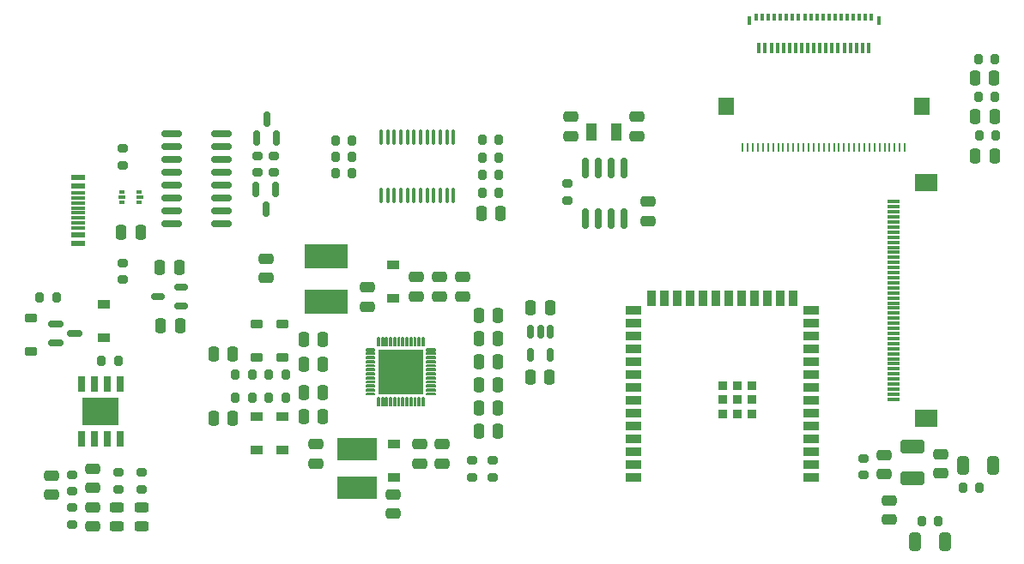
<source format=gtp>
%TF.GenerationSoftware,KiCad,Pcbnew,7.0.5-4d25ed1034~172~ubuntu22.04.1*%
%TF.CreationDate,2023-07-07T08:06:09+02:00*%
%TF.ProjectId,epaper-breakout,65706170-6572-42d6-9272-65616b6f7574,rev?*%
%TF.SameCoordinates,Original*%
%TF.FileFunction,Paste,Top*%
%TF.FilePolarity,Positive*%
%FSLAX46Y46*%
G04 Gerber Fmt 4.6, Leading zero omitted, Abs format (unit mm)*
G04 Created by KiCad (PCBNEW 7.0.5-4d25ed1034~172~ubuntu22.04.1) date 2023-07-07 08:06:09*
%MOMM*%
%LPD*%
G01*
G04 APERTURE LIST*
G04 Aperture macros list*
%AMRoundRect*
0 Rectangle with rounded corners*
0 $1 Rounding radius*
0 $2 $3 $4 $5 $6 $7 $8 $9 X,Y pos of 4 corners*
0 Add a 4 corners polygon primitive as box body*
4,1,4,$2,$3,$4,$5,$6,$7,$8,$9,$2,$3,0*
0 Add four circle primitives for the rounded corners*
1,1,$1+$1,$2,$3*
1,1,$1+$1,$4,$5*
1,1,$1+$1,$6,$7*
1,1,$1+$1,$8,$9*
0 Add four rect primitives between the rounded corners*
20,1,$1+$1,$2,$3,$4,$5,0*
20,1,$1+$1,$4,$5,$6,$7,0*
20,1,$1+$1,$6,$7,$8,$9,0*
20,1,$1+$1,$8,$9,$2,$3,0*%
G04 Aperture macros list end*
%ADD10C,0.152400*%
%ADD11RoundRect,0.200000X-0.200000X-0.275000X0.200000X-0.275000X0.200000X0.275000X-0.200000X0.275000X0*%
%ADD12RoundRect,0.150000X0.150000X-0.587500X0.150000X0.587500X-0.150000X0.587500X-0.150000X-0.587500X0*%
%ADD13RoundRect,0.200000X-0.275000X0.200000X-0.275000X-0.200000X0.275000X-0.200000X0.275000X0.200000X0*%
%ADD14RoundRect,0.200000X0.275000X-0.200000X0.275000X0.200000X-0.275000X0.200000X-0.275000X-0.200000X0*%
%ADD15RoundRect,0.150000X-0.150000X0.587500X-0.150000X-0.587500X0.150000X-0.587500X0.150000X0.587500X0*%
%ADD16RoundRect,0.250000X0.250000X0.475000X-0.250000X0.475000X-0.250000X-0.475000X0.250000X-0.475000X0*%
%ADD17RoundRect,0.250000X-0.475000X0.250000X-0.475000X-0.250000X0.475000X-0.250000X0.475000X0.250000X0*%
%ADD18RoundRect,0.243750X-0.456250X0.243750X-0.456250X-0.243750X0.456250X-0.243750X0.456250X0.243750X0*%
%ADD19RoundRect,0.250000X0.475000X-0.250000X0.475000X0.250000X-0.475000X0.250000X-0.475000X-0.250000X0*%
%ADD20RoundRect,0.249999X0.325001X0.650001X-0.325001X0.650001X-0.325001X-0.650001X0.325001X-0.650001X0*%
%ADD21RoundRect,0.250000X-0.250000X-0.475000X0.250000X-0.475000X0.250000X0.475000X-0.250000X0.475000X0*%
%ADD22RoundRect,0.249999X-0.325001X-0.650001X0.325001X-0.650001X0.325001X0.650001X-0.325001X0.650001X0*%
%ADD23RoundRect,0.200000X0.200000X0.275000X-0.200000X0.275000X-0.200000X-0.275000X0.200000X-0.275000X0*%
%ADD24RoundRect,0.100000X-0.100000X0.637500X-0.100000X-0.637500X0.100000X-0.637500X0.100000X0.637500X0*%
%ADD25RoundRect,0.249997X0.925003X-0.412503X0.925003X0.412503X-0.925003X0.412503X-0.925003X-0.412503X0*%
%ADD26R,3.900000X2.200000*%
%ADD27R,4.200000X2.400000*%
%ADD28R,0.850000X0.200000*%
%ADD29R,0.200000X0.850000*%
%ADD30R,4.399999X4.399999*%
%ADD31R,1.200000X0.900000*%
%ADD32RoundRect,0.225000X-0.375000X0.225000X-0.375000X-0.225000X0.375000X-0.225000X0.375000X0.225000X0*%
%ADD33RoundRect,0.225000X0.375000X-0.225000X0.375000X0.225000X-0.375000X0.225000X-0.375000X-0.225000X0*%
%ADD34R,0.650000X1.500000*%
%ADD35R,3.600000X2.700000*%
%ADD36RoundRect,0.150000X0.512500X0.150000X-0.512500X0.150000X-0.512500X-0.150000X0.512500X-0.150000X0*%
%ADD37R,0.500000X0.375000*%
%ADD38R,0.650000X0.300000*%
%ADD39R,1.300000X0.300000*%
%ADD40R,2.200000X1.800000*%
%ADD41RoundRect,0.150000X-0.587500X-0.150000X0.587500X-0.150000X0.587500X0.150000X-0.587500X0.150000X0*%
%ADD42RoundRect,0.150000X-0.150000X0.825000X-0.150000X-0.825000X0.150000X-0.825000X0.150000X0.825000X0*%
%ADD43R,0.300000X0.800000*%
%ADD44R,0.300000X1.000000*%
%ADD45R,0.400000X0.950000*%
%ADD46RoundRect,0.150000X-0.150000X0.512500X-0.150000X-0.512500X0.150000X-0.512500X0.150000X0.512500X0*%
%ADD47R,0.254000X0.812800*%
%ADD48R,1.524000X1.701800*%
%ADD49R,1.500000X0.900000*%
%ADD50R,0.900000X1.500000*%
%ADD51R,0.900000X0.900000*%
%ADD52RoundRect,0.150000X-0.825000X-0.150000X0.825000X-0.150000X0.825000X0.150000X-0.825000X0.150000X0*%
%ADD53R,1.450000X0.600000*%
%ADD54R,1.450000X0.300000*%
%ADD55R,1.000000X1.800000*%
G04 APERTURE END LIST*
D10*
X68399000Y-48502999D02*
X68399000Y-48353000D01*
X68399000Y-48353000D02*
X67599001Y-48353000D01*
X68399000Y-48103000D02*
X68399000Y-47953000D01*
X68399000Y-47953000D02*
X67599001Y-47953000D01*
X68399000Y-47703001D02*
X68399000Y-47553001D01*
X68399000Y-47553001D02*
X67599001Y-47553001D01*
X68399000Y-47302999D02*
X68399000Y-47152999D01*
X68399000Y-47152999D02*
X67599001Y-47152999D01*
X68399000Y-46903000D02*
X68399000Y-46753000D01*
X68399000Y-46753000D02*
X67599001Y-46753000D01*
X68399000Y-46503001D02*
X68399000Y-46353001D01*
X68399000Y-46353001D02*
X67599001Y-46353001D01*
X68399000Y-46102999D02*
X68399000Y-45952999D01*
X68399000Y-45952999D02*
X67599001Y-45952999D01*
X68399000Y-45703000D02*
X68399000Y-45553000D01*
X68399000Y-45553000D02*
X67599001Y-45553000D01*
X68399000Y-45303001D02*
X68399000Y-45153001D01*
X68399000Y-45153001D02*
X67599001Y-45153001D01*
X68399000Y-44903001D02*
X68399000Y-44752999D01*
X68399000Y-44752999D02*
X67599001Y-44752999D01*
X68399000Y-44503000D02*
X68399000Y-44353000D01*
X68399000Y-44353000D02*
X67599001Y-44353000D01*
X68399000Y-44103000D02*
X68399000Y-43953001D01*
X68399000Y-43953001D02*
X67599001Y-43953001D01*
X67599001Y-48502999D02*
X68399000Y-48502999D01*
X67599001Y-48353000D02*
X67599001Y-48502999D01*
X67599001Y-48103000D02*
X68399000Y-48103000D01*
X67599001Y-47953000D02*
X67599001Y-48103000D01*
X67599001Y-47703001D02*
X68399000Y-47703001D01*
X67599001Y-47553001D02*
X67599001Y-47703001D01*
X67599001Y-47302999D02*
X68399000Y-47302999D01*
X67599001Y-47152999D02*
X67599001Y-47302999D01*
X67599001Y-46903000D02*
X68399000Y-46903000D01*
X67599001Y-46753000D02*
X67599001Y-46903000D01*
X67599001Y-46503001D02*
X68399000Y-46503001D01*
X67599001Y-46353001D02*
X67599001Y-46503001D01*
X67599001Y-46102999D02*
X68399000Y-46102999D01*
X67599001Y-45952999D02*
X67599001Y-46102999D01*
X67599001Y-45703000D02*
X68399000Y-45703000D01*
X67599001Y-45553000D02*
X67599001Y-45703000D01*
X67599001Y-45303001D02*
X68399000Y-45303001D01*
X67599001Y-45153001D02*
X67599001Y-45303001D01*
X67599001Y-44903001D02*
X68399000Y-44903001D01*
X67599001Y-44752999D02*
X67599001Y-44903001D01*
X67599001Y-44503000D02*
X68399000Y-44503000D01*
X67599001Y-44353000D02*
X67599001Y-44503000D01*
X67599001Y-44103000D02*
X68399000Y-44103000D01*
X67599001Y-43953001D02*
X67599001Y-44103000D01*
X67298999Y-49603000D02*
X67298999Y-48803001D01*
X67298999Y-48803001D02*
X67149000Y-48803001D01*
X67298999Y-43652999D02*
X67298999Y-42853000D01*
X67298999Y-42853000D02*
X67149000Y-42853000D01*
X67149069Y-48353069D02*
X67149069Y-47902800D01*
X67149069Y-47902800D02*
X66840221Y-47902800D01*
X67149069Y-47702800D02*
X67149069Y-47115400D01*
X67149069Y-47115400D02*
X66840221Y-47115400D01*
X67149069Y-46915400D02*
X67149069Y-46328000D01*
X67149069Y-46328000D02*
X66840221Y-46328000D01*
X67149069Y-46128000D02*
X67149069Y-45540600D01*
X67149069Y-45540600D02*
X66840221Y-45540600D01*
X67149069Y-45340600D02*
X67149069Y-44753200D01*
X67149069Y-44753200D02*
X66840221Y-44753200D01*
X67149069Y-44553200D02*
X67149069Y-44102931D01*
X67149069Y-44102931D02*
X66698800Y-44102931D01*
X67149000Y-49603000D02*
X67298999Y-49603000D01*
X67149000Y-48803001D02*
X67149000Y-49603000D01*
X67149000Y-43652999D02*
X67298999Y-43652999D01*
X67149000Y-42853000D02*
X67149000Y-43652999D01*
X66899000Y-49603000D02*
X66899000Y-48803001D01*
X66899000Y-48803001D02*
X66749000Y-48803001D01*
X66899000Y-43652999D02*
X66899000Y-42853000D01*
X66899000Y-42853000D02*
X66749000Y-42853000D01*
X66840221Y-47902800D02*
X66840221Y-47902800D01*
X66840221Y-47902800D02*
X66698800Y-48044221D01*
X66840221Y-47702800D02*
X67149069Y-47702800D01*
X66840221Y-47702800D02*
X66840221Y-47702800D01*
X66840221Y-47115400D02*
X66840221Y-47115400D01*
X66840221Y-47115400D02*
X66698800Y-47256821D01*
X66840221Y-46915400D02*
X67149069Y-46915400D01*
X66840221Y-46915400D02*
X66840221Y-46915400D01*
X66840221Y-46328000D02*
X66840221Y-46328000D01*
X66840221Y-46328000D02*
X66698800Y-46469421D01*
X66840221Y-46128000D02*
X67149069Y-46128000D01*
X66840221Y-46128000D02*
X66840221Y-46128000D01*
X66840221Y-45540600D02*
X66840221Y-45540600D01*
X66840221Y-45540600D02*
X66698800Y-45682021D01*
X66840221Y-45340600D02*
X67149069Y-45340600D01*
X66840221Y-45340600D02*
X66840221Y-45340600D01*
X66840221Y-44753200D02*
X66840221Y-44753200D01*
X66840221Y-44753200D02*
X66698800Y-44894621D01*
X66840221Y-44553200D02*
X67149069Y-44553200D01*
X66840221Y-44553200D02*
X66840221Y-44553200D01*
X66749000Y-49603000D02*
X66899000Y-49603000D01*
X66749000Y-48803001D02*
X66749000Y-49603000D01*
X66749000Y-43652999D02*
X66899000Y-43652999D01*
X66749000Y-42853000D02*
X66749000Y-43652999D01*
X66698800Y-48353069D02*
X67149069Y-48353069D01*
X66698800Y-48044221D02*
X66698800Y-48353069D01*
X66698800Y-48044221D02*
X66698800Y-48044221D01*
X66698800Y-47561379D02*
X66840221Y-47702800D01*
X66698800Y-47561379D02*
X66698800Y-47561379D01*
X66698800Y-47256821D02*
X66698800Y-47561379D01*
X66698800Y-47256821D02*
X66698800Y-47256821D01*
X66698800Y-46773979D02*
X66840221Y-46915400D01*
X66698800Y-46773979D02*
X66698800Y-46773979D01*
X66698800Y-46469421D02*
X66698800Y-46773979D01*
X66698800Y-46469421D02*
X66698800Y-46469421D01*
X66698800Y-45986579D02*
X66840221Y-46128000D01*
X66698800Y-45986579D02*
X66698800Y-45986579D01*
X66698800Y-45682021D02*
X66698800Y-45986579D01*
X66698800Y-45682021D02*
X66698800Y-45682021D01*
X66698800Y-45199179D02*
X66840221Y-45340600D01*
X66698800Y-45199179D02*
X66698800Y-45199179D01*
X66698800Y-44894621D02*
X66698800Y-45199179D01*
X66698800Y-44894621D02*
X66698800Y-44894621D01*
X66698800Y-44411779D02*
X66840221Y-44553200D01*
X66698800Y-44411779D02*
X66698800Y-44411779D01*
X66698800Y-44102931D02*
X66698800Y-44411779D01*
X66499001Y-49603000D02*
X66499001Y-48803001D01*
X66499001Y-48803001D02*
X66348999Y-48803001D01*
X66499001Y-43652999D02*
X66499001Y-42853000D01*
X66499001Y-42853000D02*
X66349001Y-42853000D01*
X66498800Y-48353069D02*
X66498800Y-48044221D01*
X66498800Y-48044221D02*
X66498800Y-48044221D01*
X66498800Y-48044221D02*
X66357379Y-47902800D01*
X66498800Y-47561379D02*
X66498800Y-47561379D01*
X66498800Y-47561379D02*
X66498800Y-47256821D01*
X66498800Y-47256821D02*
X66498800Y-47256821D01*
X66498800Y-47256821D02*
X66357379Y-47115400D01*
X66498800Y-46773979D02*
X66498800Y-46773979D01*
X66498800Y-46773979D02*
X66498800Y-46469421D01*
X66498800Y-46469421D02*
X66498800Y-46469421D01*
X66498800Y-46469421D02*
X66357379Y-46328000D01*
X66498800Y-45986579D02*
X66498800Y-45986579D01*
X66498800Y-45986579D02*
X66498800Y-45682021D01*
X66498800Y-45682021D02*
X66498800Y-45682021D01*
X66498800Y-45682021D02*
X66357379Y-45540600D01*
X66498800Y-45199179D02*
X66498800Y-45199179D01*
X66498800Y-45199179D02*
X66498800Y-44894621D01*
X66498800Y-44894621D02*
X66498800Y-44894621D01*
X66498800Y-44894621D02*
X66357379Y-44753200D01*
X66498800Y-44411779D02*
X66498800Y-44411779D01*
X66498800Y-44411779D02*
X66498800Y-44102931D01*
X66498800Y-44102931D02*
X65911400Y-44102931D01*
X66357379Y-47902800D02*
X66357379Y-47902800D01*
X66357379Y-47902800D02*
X66052821Y-47902800D01*
X66357379Y-47702800D02*
X66498800Y-47561379D01*
X66357379Y-47702800D02*
X66357379Y-47702800D01*
X66357379Y-47115400D02*
X66357379Y-47115400D01*
X66357379Y-47115400D02*
X66052821Y-47115400D01*
X66357379Y-46915400D02*
X66498800Y-46773979D01*
X66357379Y-46915400D02*
X66357379Y-46915400D01*
X66357379Y-46328000D02*
X66357379Y-46328000D01*
X66357379Y-46328000D02*
X66052821Y-46328000D01*
X66357379Y-46128000D02*
X66498800Y-45986579D01*
X66357379Y-46128000D02*
X66357379Y-46128000D01*
X66357379Y-45540600D02*
X66357379Y-45540600D01*
X66357379Y-45540600D02*
X66052821Y-45540600D01*
X66357379Y-45340600D02*
X66498800Y-45199179D01*
X66357379Y-45340600D02*
X66357379Y-45340600D01*
X66357379Y-44753200D02*
X66357379Y-44753200D01*
X66357379Y-44753200D02*
X66052821Y-44753200D01*
X66357379Y-44553200D02*
X66498800Y-44411779D01*
X66357379Y-44553200D02*
X66357379Y-44553200D01*
X66349001Y-43652999D02*
X66499001Y-43652999D01*
X66349001Y-42853000D02*
X66349001Y-43652999D01*
X66348999Y-49603000D02*
X66499001Y-49603000D01*
X66348999Y-48803001D02*
X66348999Y-49603000D01*
X66098999Y-49603000D02*
X66098999Y-48803001D01*
X66098999Y-48803001D02*
X65948999Y-48803001D01*
X66098999Y-43652999D02*
X66098999Y-42853000D01*
X66098999Y-42853000D02*
X65948999Y-42853000D01*
X66052821Y-47902800D02*
X66052821Y-47902800D01*
X66052821Y-47902800D02*
X65911400Y-48044221D01*
X66052821Y-47702800D02*
X66357379Y-47702800D01*
X66052821Y-47702800D02*
X66052821Y-47702800D01*
X66052821Y-47115400D02*
X66052821Y-47115400D01*
X66052821Y-47115400D02*
X65911400Y-47256821D01*
X66052821Y-46915400D02*
X66357379Y-46915400D01*
X66052821Y-46915400D02*
X66052821Y-46915400D01*
X66052821Y-46328000D02*
X66052821Y-46328000D01*
X66052821Y-46328000D02*
X65911400Y-46469421D01*
X66052821Y-46128000D02*
X66357379Y-46128000D01*
X66052821Y-46128000D02*
X66052821Y-46128000D01*
X66052821Y-45540600D02*
X66052821Y-45540600D01*
X66052821Y-45540600D02*
X65911400Y-45682021D01*
X66052821Y-45340600D02*
X66357379Y-45340600D01*
X66052821Y-45340600D02*
X66052821Y-45340600D01*
X66052821Y-44753200D02*
X66052821Y-44753200D01*
X66052821Y-44753200D02*
X65911400Y-44894621D01*
X66052821Y-44553200D02*
X66357379Y-44553200D01*
X66052821Y-44553200D02*
X66052821Y-44553200D01*
X65948999Y-49603000D02*
X66098999Y-49603000D01*
X65948999Y-48803001D02*
X65948999Y-49603000D01*
X65948999Y-43652999D02*
X66098999Y-43652999D01*
X65948999Y-42853000D02*
X65948999Y-43652999D01*
X65911400Y-48353069D02*
X66498800Y-48353069D01*
X65911400Y-48044221D02*
X65911400Y-48353069D01*
X65911400Y-48044221D02*
X65911400Y-48044221D01*
X65911400Y-47561379D02*
X66052821Y-47702800D01*
X65911400Y-47561379D02*
X65911400Y-47561379D01*
X65911400Y-47256821D02*
X65911400Y-47561379D01*
X65911400Y-47256821D02*
X65911400Y-47256821D01*
X65911400Y-46773979D02*
X66052821Y-46915400D01*
X65911400Y-46773979D02*
X65911400Y-46773979D01*
X65911400Y-46469421D02*
X65911400Y-46773979D01*
X65911400Y-46469421D02*
X65911400Y-46469421D01*
X65911400Y-45986579D02*
X66052821Y-46128000D01*
X65911400Y-45986579D02*
X65911400Y-45986579D01*
X65911400Y-45682021D02*
X65911400Y-45986579D01*
X65911400Y-45682021D02*
X65911400Y-45682021D01*
X65911400Y-45199179D02*
X66052821Y-45340600D01*
X65911400Y-45199179D02*
X65911400Y-45199179D01*
X65911400Y-44894621D02*
X65911400Y-45199179D01*
X65911400Y-44894621D02*
X65911400Y-44894621D01*
X65911400Y-44411779D02*
X66052821Y-44553200D01*
X65911400Y-44411779D02*
X65911400Y-44411779D01*
X65911400Y-44102931D02*
X65911400Y-44411779D01*
X65711400Y-48353069D02*
X65711400Y-48044221D01*
X65711400Y-48044221D02*
X65711400Y-48044221D01*
X65711400Y-48044221D02*
X65569979Y-47902800D01*
X65711400Y-47561379D02*
X65711400Y-47561379D01*
X65711400Y-47561379D02*
X65711400Y-47256821D01*
X65711400Y-47256821D02*
X65711400Y-47256821D01*
X65711400Y-47256821D02*
X65569979Y-47115400D01*
X65711400Y-46773979D02*
X65711400Y-46773979D01*
X65711400Y-46773979D02*
X65711400Y-46469421D01*
X65711400Y-46469421D02*
X65711400Y-46469421D01*
X65711400Y-46469421D02*
X65569979Y-46328000D01*
X65711400Y-45986579D02*
X65711400Y-45986579D01*
X65711400Y-45986579D02*
X65711400Y-45682021D01*
X65711400Y-45682021D02*
X65711400Y-45682021D01*
X65711400Y-45682021D02*
X65569979Y-45540600D01*
X65711400Y-45199179D02*
X65711400Y-45199179D01*
X65711400Y-45199179D02*
X65711400Y-44894621D01*
X65711400Y-44894621D02*
X65711400Y-44894621D01*
X65711400Y-44894621D02*
X65569979Y-44753200D01*
X65711400Y-44411779D02*
X65711400Y-44411779D01*
X65711400Y-44411779D02*
X65711400Y-44102931D01*
X65711400Y-44102931D02*
X65124000Y-44102931D01*
X65699000Y-49603000D02*
X65699000Y-48803001D01*
X65699000Y-48803001D02*
X65549000Y-48803001D01*
X65699000Y-43652999D02*
X65699000Y-42853000D01*
X65699000Y-42853000D02*
X65549000Y-42853000D01*
X65569979Y-47902800D02*
X65569979Y-47902800D01*
X65569979Y-47902800D02*
X65265421Y-47902800D01*
X65569979Y-47702800D02*
X65711400Y-47561379D01*
X65569979Y-47702800D02*
X65569979Y-47702800D01*
X65569979Y-47115400D02*
X65569979Y-47115400D01*
X65569979Y-47115400D02*
X65265421Y-47115400D01*
X65569979Y-46915400D02*
X65711400Y-46773979D01*
X65569979Y-46915400D02*
X65569979Y-46915400D01*
X65569979Y-46328000D02*
X65569979Y-46328000D01*
X65569979Y-46328000D02*
X65265421Y-46328000D01*
X65569979Y-46128000D02*
X65711400Y-45986579D01*
X65569979Y-46128000D02*
X65569979Y-46128000D01*
X65569979Y-45540600D02*
X65569979Y-45540600D01*
X65569979Y-45540600D02*
X65265421Y-45540600D01*
X65569979Y-45340600D02*
X65711400Y-45199179D01*
X65569979Y-45340600D02*
X65569979Y-45340600D01*
X65569979Y-44753200D02*
X65569979Y-44753200D01*
X65569979Y-44753200D02*
X65265421Y-44753200D01*
X65569979Y-44553200D02*
X65711400Y-44411779D01*
X65569979Y-44553200D02*
X65569979Y-44553200D01*
X65549000Y-49603000D02*
X65699000Y-49603000D01*
X65549000Y-48803001D02*
X65549000Y-49603000D01*
X65549000Y-43652999D02*
X65699000Y-43652999D01*
X65549000Y-42853000D02*
X65549000Y-43652999D01*
X65299001Y-49603000D02*
X65299001Y-48803001D01*
X65299001Y-48803001D02*
X65149001Y-48803001D01*
X65299001Y-43652999D02*
X65299001Y-42853000D01*
X65299001Y-42853000D02*
X65149001Y-42853000D01*
X65265421Y-47902800D02*
X65265421Y-47902800D01*
X65265421Y-47902800D02*
X65124000Y-48044221D01*
X65265421Y-47702800D02*
X65569979Y-47702800D01*
X65265421Y-47702800D02*
X65265421Y-47702800D01*
X65265421Y-47115400D02*
X65265421Y-47115400D01*
X65265421Y-47115400D02*
X65124000Y-47256821D01*
X65265421Y-46915400D02*
X65569979Y-46915400D01*
X65265421Y-46915400D02*
X65265421Y-46915400D01*
X65265421Y-46328000D02*
X65265421Y-46328000D01*
X65265421Y-46328000D02*
X65124000Y-46469421D01*
X65265421Y-46128000D02*
X65569979Y-46128000D01*
X65265421Y-46128000D02*
X65265421Y-46128000D01*
X65265421Y-45540600D02*
X65265421Y-45540600D01*
X65265421Y-45540600D02*
X65124000Y-45682021D01*
X65265421Y-45340600D02*
X65569979Y-45340600D01*
X65265421Y-45340600D02*
X65265421Y-45340600D01*
X65265421Y-44753200D02*
X65265421Y-44753200D01*
X65265421Y-44753200D02*
X65124000Y-44894621D01*
X65265421Y-44553200D02*
X65569979Y-44553200D01*
X65265421Y-44553200D02*
X65265421Y-44553200D01*
X65149001Y-49603000D02*
X65299001Y-49603000D01*
X65149001Y-48803001D02*
X65149001Y-49603000D01*
X65149001Y-43652999D02*
X65299001Y-43652999D01*
X65149001Y-42853000D02*
X65149001Y-43652999D01*
X65124000Y-48353069D02*
X65711400Y-48353069D01*
X65124000Y-48044221D02*
X65124000Y-48353069D01*
X65124000Y-48044221D02*
X65124000Y-48044221D01*
X65124000Y-47561379D02*
X65265421Y-47702800D01*
X65124000Y-47561379D02*
X65124000Y-47561379D01*
X65124000Y-47256821D02*
X65124000Y-47561379D01*
X65124000Y-47256821D02*
X65124000Y-47256821D01*
X65124000Y-46773979D02*
X65265421Y-46915400D01*
X65124000Y-46773979D02*
X65124000Y-46773979D01*
X65124000Y-46469421D02*
X65124000Y-46773979D01*
X65124000Y-46469421D02*
X65124000Y-46469421D01*
X65124000Y-45986579D02*
X65265421Y-46128000D01*
X65124000Y-45986579D02*
X65124000Y-45986579D01*
X65124000Y-45682021D02*
X65124000Y-45986579D01*
X65124000Y-45682021D02*
X65124000Y-45682021D01*
X65124000Y-45199179D02*
X65265421Y-45340600D01*
X65124000Y-45199179D02*
X65124000Y-45199179D01*
X65124000Y-44894621D02*
X65124000Y-45199179D01*
X65124000Y-44894621D02*
X65124000Y-44894621D01*
X65124000Y-44411779D02*
X65265421Y-44553200D01*
X65124000Y-44411779D02*
X65124000Y-44411779D01*
X65124000Y-44102931D02*
X65124000Y-44411779D01*
X64924000Y-48353069D02*
X64924000Y-48044221D01*
X64924000Y-48044221D02*
X64924000Y-48044221D01*
X64924000Y-48044221D02*
X64782579Y-47902800D01*
X64924000Y-47561379D02*
X64924000Y-47561379D01*
X64924000Y-47561379D02*
X64924000Y-47256821D01*
X64924000Y-47256821D02*
X64924000Y-47256821D01*
X64924000Y-47256821D02*
X64782579Y-47115400D01*
X64924000Y-46773979D02*
X64924000Y-46773979D01*
X64924000Y-46773979D02*
X64924000Y-46469421D01*
X64924000Y-46469421D02*
X64924000Y-46469421D01*
X64924000Y-46469421D02*
X64782579Y-46328000D01*
X64924000Y-45986579D02*
X64924000Y-45986579D01*
X64924000Y-45986579D02*
X64924000Y-45682021D01*
X64924000Y-45682021D02*
X64924000Y-45682021D01*
X64924000Y-45682021D02*
X64782579Y-45540600D01*
X64924000Y-45199179D02*
X64924000Y-45199179D01*
X64924000Y-45199179D02*
X64924000Y-44894621D01*
X64924000Y-44894621D02*
X64924000Y-44894621D01*
X64924000Y-44894621D02*
X64782579Y-44753200D01*
X64924000Y-44411779D02*
X64924000Y-44411779D01*
X64924000Y-44411779D02*
X64924000Y-44102931D01*
X64924000Y-44102931D02*
X64336600Y-44102931D01*
X64898999Y-49603000D02*
X64898999Y-48803001D01*
X64898999Y-48803001D02*
X64748999Y-48803001D01*
X64898999Y-43652999D02*
X64898999Y-42853000D01*
X64898999Y-42853000D02*
X64748999Y-42853000D01*
X64782579Y-47902800D02*
X64782579Y-47902800D01*
X64782579Y-47902800D02*
X64478021Y-47902800D01*
X64782579Y-47702800D02*
X64924000Y-47561379D01*
X64782579Y-47702800D02*
X64782579Y-47702800D01*
X64782579Y-47115400D02*
X64782579Y-47115400D01*
X64782579Y-47115400D02*
X64478021Y-47115400D01*
X64782579Y-46915400D02*
X64924000Y-46773979D01*
X64782579Y-46915400D02*
X64782579Y-46915400D01*
X64782579Y-46328000D02*
X64782579Y-46328000D01*
X64782579Y-46328000D02*
X64478021Y-46328000D01*
X64782579Y-46128000D02*
X64924000Y-45986579D01*
X64782579Y-46128000D02*
X64782579Y-46128000D01*
X64782579Y-45540600D02*
X64782579Y-45540600D01*
X64782579Y-45540600D02*
X64478021Y-45540600D01*
X64782579Y-45340600D02*
X64924000Y-45199179D01*
X64782579Y-45340600D02*
X64782579Y-45340600D01*
X64782579Y-44753200D02*
X64782579Y-44753200D01*
X64782579Y-44753200D02*
X64478021Y-44753200D01*
X64782579Y-44553200D02*
X64924000Y-44411779D01*
X64782579Y-44553200D02*
X64782579Y-44553200D01*
X64748999Y-49603000D02*
X64898999Y-49603000D01*
X64748999Y-48803001D02*
X64748999Y-49603000D01*
X64748999Y-43652999D02*
X64898999Y-43652999D01*
X64748999Y-42853000D02*
X64748999Y-43652999D01*
X64499000Y-49603000D02*
X64499000Y-48803001D01*
X64499000Y-48803001D02*
X64349000Y-48803001D01*
X64499000Y-43652999D02*
X64499000Y-42853000D01*
X64499000Y-42853000D02*
X64349000Y-42853000D01*
X64478021Y-47902800D02*
X64478021Y-47902800D01*
X64478021Y-47902800D02*
X64336600Y-48044221D01*
X64478021Y-47702800D02*
X64782579Y-47702800D01*
X64478021Y-47702800D02*
X64478021Y-47702800D01*
X64478021Y-47115400D02*
X64478021Y-47115400D01*
X64478021Y-47115400D02*
X64336600Y-47256821D01*
X64478021Y-46915400D02*
X64782579Y-46915400D01*
X64478021Y-46915400D02*
X64478021Y-46915400D01*
X64478021Y-46328000D02*
X64478021Y-46328000D01*
X64478021Y-46328000D02*
X64336600Y-46469421D01*
X64478021Y-46128000D02*
X64782579Y-46128000D01*
X64478021Y-46128000D02*
X64478021Y-46128000D01*
X64478021Y-45540600D02*
X64478021Y-45540600D01*
X64478021Y-45540600D02*
X64336600Y-45682021D01*
X64478021Y-45340600D02*
X64782579Y-45340600D01*
X64478021Y-45340600D02*
X64478021Y-45340600D01*
X64478021Y-44753200D02*
X64478021Y-44753200D01*
X64478021Y-44753200D02*
X64336600Y-44894621D01*
X64478021Y-44553200D02*
X64782579Y-44553200D01*
X64478021Y-44553200D02*
X64478021Y-44553200D01*
X64349000Y-49603000D02*
X64499000Y-49603000D01*
X64349000Y-48803001D02*
X64349000Y-49603000D01*
X64349000Y-43652999D02*
X64499000Y-43652999D01*
X64349000Y-42853000D02*
X64349000Y-43652999D01*
X64336600Y-48353069D02*
X64924000Y-48353069D01*
X64336600Y-48044221D02*
X64336600Y-48353069D01*
X64336600Y-48044221D02*
X64336600Y-48044221D01*
X64336600Y-47561379D02*
X64478021Y-47702800D01*
X64336600Y-47561379D02*
X64336600Y-47561379D01*
X64336600Y-47256821D02*
X64336600Y-47561379D01*
X64336600Y-47256821D02*
X64336600Y-47256821D01*
X64336600Y-46773979D02*
X64478021Y-46915400D01*
X64336600Y-46773979D02*
X64336600Y-46773979D01*
X64336600Y-46469421D02*
X64336600Y-46773979D01*
X64336600Y-46469421D02*
X64336600Y-46469421D01*
X64336600Y-45986579D02*
X64478021Y-46128000D01*
X64336600Y-45986579D02*
X64336600Y-45986579D01*
X64336600Y-45682021D02*
X64336600Y-45986579D01*
X64336600Y-45682021D02*
X64336600Y-45682021D01*
X64336600Y-45199179D02*
X64478021Y-45340600D01*
X64336600Y-45199179D02*
X64336600Y-45199179D01*
X64336600Y-44894621D02*
X64336600Y-45199179D01*
X64336600Y-44894621D02*
X64336600Y-44894621D01*
X64336600Y-44411779D02*
X64478021Y-44553200D01*
X64336600Y-44411779D02*
X64336600Y-44411779D01*
X64336600Y-44102931D02*
X64336600Y-44411779D01*
X64136600Y-48353069D02*
X64136600Y-48044221D01*
X64136600Y-48044221D02*
X64136600Y-48044221D01*
X64136600Y-48044221D02*
X63995179Y-47902800D01*
X64136600Y-47561379D02*
X64136600Y-47561379D01*
X64136600Y-47561379D02*
X64136600Y-47256821D01*
X64136600Y-47256821D02*
X64136600Y-47256821D01*
X64136600Y-47256821D02*
X63995179Y-47115400D01*
X64136600Y-46773979D02*
X64136600Y-46773979D01*
X64136600Y-46773979D02*
X64136600Y-46469421D01*
X64136600Y-46469421D02*
X64136600Y-46469421D01*
X64136600Y-46469421D02*
X63995179Y-46328000D01*
X64136600Y-45986579D02*
X64136600Y-45986579D01*
X64136600Y-45986579D02*
X64136600Y-45682021D01*
X64136600Y-45682021D02*
X64136600Y-45682021D01*
X64136600Y-45682021D02*
X63995179Y-45540600D01*
X64136600Y-45199179D02*
X64136600Y-45199179D01*
X64136600Y-45199179D02*
X64136600Y-44894621D01*
X64136600Y-44894621D02*
X64136600Y-44894621D01*
X64136600Y-44894621D02*
X63995179Y-44753200D01*
X64136600Y-44411779D02*
X64136600Y-44411779D01*
X64136600Y-44411779D02*
X64136600Y-44102931D01*
X64136600Y-44102931D02*
X63549200Y-44102931D01*
X64099001Y-49603000D02*
X64099001Y-48803001D01*
X64099001Y-48803001D02*
X63949001Y-48803001D01*
X64099001Y-43652999D02*
X64099001Y-42853000D01*
X64099001Y-42853000D02*
X63949001Y-42853000D01*
X63995179Y-47902800D02*
X63995179Y-47902800D01*
X63995179Y-47902800D02*
X63690621Y-47902800D01*
X63995179Y-47702800D02*
X64136600Y-47561379D01*
X63995179Y-47702800D02*
X63995179Y-47702800D01*
X63995179Y-47115400D02*
X63995179Y-47115400D01*
X63995179Y-47115400D02*
X63690621Y-47115400D01*
X63995179Y-46915400D02*
X64136600Y-46773979D01*
X63995179Y-46915400D02*
X63995179Y-46915400D01*
X63995179Y-46328000D02*
X63995179Y-46328000D01*
X63995179Y-46328000D02*
X63690621Y-46328000D01*
X63995179Y-46128000D02*
X64136600Y-45986579D01*
X63995179Y-46128000D02*
X63995179Y-46128000D01*
X63995179Y-45540600D02*
X63995179Y-45540600D01*
X63995179Y-45540600D02*
X63690621Y-45540600D01*
X63995179Y-45340600D02*
X64136600Y-45199179D01*
X63995179Y-45340600D02*
X63995179Y-45340600D01*
X63995179Y-44753200D02*
X63995179Y-44753200D01*
X63995179Y-44753200D02*
X63690621Y-44753200D01*
X63995179Y-44553200D02*
X64136600Y-44411779D01*
X63995179Y-44553200D02*
X63995179Y-44553200D01*
X63949001Y-49603000D02*
X64099001Y-49603000D01*
X63949001Y-48803001D02*
X63949001Y-49603000D01*
X63949001Y-43652999D02*
X64099001Y-43652999D01*
X63949001Y-42853000D02*
X63949001Y-43652999D01*
X63699001Y-43652999D02*
X63699001Y-42853000D01*
X63699001Y-42853000D02*
X63548999Y-42853000D01*
X63698999Y-49603000D02*
X63698999Y-48803001D01*
X63698999Y-48803001D02*
X63548999Y-48803001D01*
X63690621Y-47902800D02*
X63690621Y-47902800D01*
X63690621Y-47902800D02*
X63549200Y-48044221D01*
X63690621Y-47702800D02*
X63995179Y-47702800D01*
X63690621Y-47702800D02*
X63690621Y-47702800D01*
X63690621Y-47115400D02*
X63690621Y-47115400D01*
X63690621Y-47115400D02*
X63549200Y-47256821D01*
X63690621Y-46915400D02*
X63995179Y-46915400D01*
X63690621Y-46915400D02*
X63690621Y-46915400D01*
X63690621Y-46328000D02*
X63690621Y-46328000D01*
X63690621Y-46328000D02*
X63549200Y-46469421D01*
X63690621Y-46128000D02*
X63995179Y-46128000D01*
X63690621Y-46128000D02*
X63690621Y-46128000D01*
X63690621Y-45540600D02*
X63690621Y-45540600D01*
X63690621Y-45540600D02*
X63549200Y-45682021D01*
X63690621Y-45340600D02*
X63995179Y-45340600D01*
X63690621Y-45340600D02*
X63690621Y-45340600D01*
X63690621Y-44753200D02*
X63690621Y-44753200D01*
X63690621Y-44753200D02*
X63549200Y-44894621D01*
X63690621Y-44553200D02*
X63995179Y-44553200D01*
X63690621Y-44553200D02*
X63690621Y-44553200D01*
X63549200Y-48353069D02*
X64136600Y-48353069D01*
X63549200Y-48044221D02*
X63549200Y-48353069D01*
X63549200Y-48044221D02*
X63549200Y-48044221D01*
X63549200Y-47561379D02*
X63690621Y-47702800D01*
X63549200Y-47561379D02*
X63549200Y-47561379D01*
X63549200Y-47256821D02*
X63549200Y-47561379D01*
X63549200Y-47256821D02*
X63549200Y-47256821D01*
X63549200Y-46773979D02*
X63690621Y-46915400D01*
X63549200Y-46773979D02*
X63549200Y-46773979D01*
X63549200Y-46469421D02*
X63549200Y-46773979D01*
X63549200Y-46469421D02*
X63549200Y-46469421D01*
X63549200Y-45986579D02*
X63690621Y-46128000D01*
X63549200Y-45986579D02*
X63549200Y-45986579D01*
X63549200Y-45682021D02*
X63549200Y-45986579D01*
X63549200Y-45682021D02*
X63549200Y-45682021D01*
X63549200Y-45199179D02*
X63690621Y-45340600D01*
X63549200Y-45199179D02*
X63549200Y-45199179D01*
X63549200Y-44894621D02*
X63549200Y-45199179D01*
X63549200Y-44894621D02*
X63549200Y-44894621D01*
X63549200Y-44411779D02*
X63690621Y-44553200D01*
X63549200Y-44411779D02*
X63549200Y-44411779D01*
X63549200Y-44102931D02*
X63549200Y-44411779D01*
X63548999Y-49603000D02*
X63698999Y-49603000D01*
X63548999Y-48803001D02*
X63548999Y-49603000D01*
X63548999Y-43652999D02*
X63699001Y-43652999D01*
X63548999Y-42853000D02*
X63548999Y-43652999D01*
X63349200Y-48353069D02*
X63349200Y-48044221D01*
X63349200Y-48044221D02*
X63349200Y-48044221D01*
X63349200Y-48044221D02*
X63207779Y-47902800D01*
X63349200Y-47561379D02*
X63349200Y-47561379D01*
X63349200Y-47561379D02*
X63349200Y-47256821D01*
X63349200Y-47256821D02*
X63349200Y-47256821D01*
X63349200Y-47256821D02*
X63207779Y-47115400D01*
X63349200Y-46773979D02*
X63349200Y-46773979D01*
X63349200Y-46773979D02*
X63349200Y-46469421D01*
X63349200Y-46469421D02*
X63349200Y-46469421D01*
X63349200Y-46469421D02*
X63207779Y-46328000D01*
X63349200Y-45986579D02*
X63349200Y-45986579D01*
X63349200Y-45986579D02*
X63349200Y-45682021D01*
X63349200Y-45682021D02*
X63349200Y-45682021D01*
X63349200Y-45682021D02*
X63207779Y-45540600D01*
X63349200Y-45199179D02*
X63349200Y-45199179D01*
X63349200Y-45199179D02*
X63349200Y-44894621D01*
X63349200Y-44894621D02*
X63349200Y-44894621D01*
X63349200Y-44894621D02*
X63207779Y-44753200D01*
X63349200Y-44411779D02*
X63349200Y-44411779D01*
X63349200Y-44411779D02*
X63349200Y-44102931D01*
X63349200Y-44102931D02*
X62898931Y-44102931D01*
X63299000Y-49603000D02*
X63299000Y-48803001D01*
X63299000Y-48803001D02*
X63149000Y-48803001D01*
X63299000Y-43652999D02*
X63299000Y-42853000D01*
X63299000Y-42853000D02*
X63149000Y-42853000D01*
X63207779Y-47902800D02*
X63207779Y-47902800D01*
X63207779Y-47902800D02*
X62898931Y-47902800D01*
X63207779Y-47702800D02*
X63349200Y-47561379D01*
X63207779Y-47702800D02*
X63207779Y-47702800D01*
X63207779Y-47115400D02*
X63207779Y-47115400D01*
X63207779Y-47115400D02*
X62898931Y-47115400D01*
X63207779Y-46915400D02*
X63349200Y-46773979D01*
X63207779Y-46915400D02*
X63207779Y-46915400D01*
X63207779Y-46328000D02*
X63207779Y-46328000D01*
X63207779Y-46328000D02*
X62898931Y-46328000D01*
X63207779Y-46128000D02*
X63349200Y-45986579D01*
X63207779Y-46128000D02*
X63207779Y-46128000D01*
X63207779Y-45540600D02*
X63207779Y-45540600D01*
X63207779Y-45540600D02*
X62898931Y-45540600D01*
X63207779Y-45340600D02*
X63349200Y-45199179D01*
X63207779Y-45340600D02*
X63207779Y-45340600D01*
X63207779Y-44753200D02*
X63207779Y-44753200D01*
X63207779Y-44753200D02*
X62898931Y-44753200D01*
X63207779Y-44553200D02*
X63349200Y-44411779D01*
X63207779Y-44553200D02*
X63207779Y-44553200D01*
X63149000Y-49603000D02*
X63299000Y-49603000D01*
X63149000Y-48803001D02*
X63149000Y-49603000D01*
X63149000Y-43652999D02*
X63299000Y-43652999D01*
X63149000Y-42853000D02*
X63149000Y-43652999D01*
X62899000Y-49603000D02*
X62899000Y-48803001D01*
X62899000Y-48803001D02*
X62749001Y-48803001D01*
X62899000Y-43652999D02*
X62899000Y-42853000D01*
X62899000Y-42853000D02*
X62749001Y-42853000D01*
X62898931Y-48353069D02*
X63349200Y-48353069D01*
X62898931Y-47902800D02*
X62898931Y-48353069D01*
X62898931Y-47702800D02*
X63207779Y-47702800D01*
X62898931Y-47115400D02*
X62898931Y-47702800D01*
X62898931Y-46915400D02*
X63207779Y-46915400D01*
X62898931Y-46328000D02*
X62898931Y-46915400D01*
X62898931Y-46128000D02*
X63207779Y-46128000D01*
X62898931Y-45540600D02*
X62898931Y-46128000D01*
X62898931Y-45340600D02*
X63207779Y-45340600D01*
X62898931Y-44753200D02*
X62898931Y-45340600D01*
X62898931Y-44553200D02*
X63207779Y-44553200D01*
X62898931Y-44102931D02*
X62898931Y-44553200D01*
X62749001Y-49603000D02*
X62899000Y-49603000D01*
X62749001Y-48803001D02*
X62749001Y-49603000D01*
X62749001Y-43652999D02*
X62899000Y-43652999D01*
X62749001Y-42853000D02*
X62749001Y-43652999D01*
X62448999Y-48502999D02*
X62448999Y-48353000D01*
X62448999Y-48353000D02*
X61649000Y-48353000D01*
X62448999Y-48103000D02*
X62448999Y-47953000D01*
X62448999Y-47953000D02*
X61649000Y-47953000D01*
X62448999Y-47703001D02*
X62448999Y-47552999D01*
X62448999Y-47552999D02*
X61649000Y-47552999D01*
X62448999Y-47302999D02*
X62448999Y-47152999D01*
X62448999Y-47152999D02*
X61649000Y-47152999D01*
X62448999Y-46903000D02*
X62448999Y-46753000D01*
X62448999Y-46753000D02*
X61649000Y-46753000D01*
X62448999Y-46503001D02*
X62448999Y-46353001D01*
X62448999Y-46353001D02*
X61649000Y-46353001D01*
X62448999Y-46102999D02*
X62448999Y-45952999D01*
X62448999Y-45952999D02*
X61649000Y-45952999D01*
X62448999Y-45703000D02*
X62448999Y-45553000D01*
X62448999Y-45553000D02*
X61649000Y-45553000D01*
X62448999Y-45303001D02*
X62448999Y-45153001D01*
X62448999Y-45153001D02*
X61649000Y-45153001D01*
X62448999Y-44902999D02*
X62448999Y-44752999D01*
X62448999Y-44752999D02*
X61649000Y-44752999D01*
X62448999Y-44503000D02*
X62448999Y-44353000D01*
X62448999Y-44353000D02*
X61649000Y-44353000D01*
X62448999Y-44103000D02*
X62448999Y-43953001D01*
X62448999Y-43953001D02*
X61649000Y-43953001D01*
X61649000Y-48502999D02*
X62448999Y-48502999D01*
X61649000Y-48353000D02*
X61649000Y-48502999D01*
X61649000Y-48103000D02*
X62448999Y-48103000D01*
X61649000Y-47953000D02*
X61649000Y-48103000D01*
X61649000Y-47703001D02*
X62448999Y-47703001D01*
X61649000Y-47552999D02*
X61649000Y-47703001D01*
X61649000Y-47302999D02*
X62448999Y-47302999D01*
X61649000Y-47152999D02*
X61649000Y-47302999D01*
X61649000Y-46903000D02*
X62448999Y-46903000D01*
X61649000Y-46753000D02*
X61649000Y-46903000D01*
X61649000Y-46503001D02*
X62448999Y-46503001D01*
X61649000Y-46353001D02*
X61649000Y-46503001D01*
X61649000Y-46102999D02*
X62448999Y-46102999D01*
X61649000Y-45952999D02*
X61649000Y-46102999D01*
X61649000Y-45703000D02*
X62448999Y-45703000D01*
X61649000Y-45553000D02*
X61649000Y-45703000D01*
X61649000Y-45303001D02*
X62448999Y-45303001D01*
X61649000Y-45153001D02*
X61649000Y-45303001D01*
X61649000Y-44902999D02*
X62448999Y-44902999D01*
X61649000Y-44752999D02*
X61649000Y-44902999D01*
X61649000Y-44503000D02*
X62448999Y-44503000D01*
X61649000Y-44353000D02*
X61649000Y-44503000D01*
X61649000Y-44103000D02*
X62448999Y-44103000D01*
X61649000Y-43953001D02*
X61649000Y-44103000D01*
D11*
X73075000Y-25100000D03*
X74725000Y-25100000D03*
D12*
X50850000Y-23162500D03*
X52750000Y-23162500D03*
X51800000Y-21287500D03*
D13*
X50900000Y-24900000D03*
X50900000Y-26550000D03*
D14*
X52500000Y-26550000D03*
X52500000Y-24900000D03*
D15*
X52650000Y-28262500D03*
X50750000Y-28262500D03*
X51700000Y-30137500D03*
D16*
X79700000Y-46800000D03*
X77800000Y-46800000D03*
D17*
X34600000Y-55800000D03*
X34600000Y-57700000D03*
D18*
X39458000Y-59662000D03*
X39458000Y-61537000D03*
D13*
X37150000Y-56175000D03*
X37150000Y-57825000D03*
X39458000Y-56175000D03*
X39458000Y-57825000D03*
D18*
X37045000Y-59662000D03*
X37045000Y-61537000D03*
D19*
X113200000Y-60850000D03*
X113200000Y-58950000D03*
X34600000Y-61500000D03*
X34600000Y-59600000D03*
D16*
X74610000Y-52070000D03*
X72710000Y-52070000D03*
D17*
X118300000Y-54350000D03*
X118300000Y-56250000D03*
D20*
X118700000Y-63000000D03*
X115750000Y-63000000D03*
D21*
X121697000Y-21030000D03*
X123597000Y-21030000D03*
D22*
X120525000Y-55500000D03*
X123475000Y-55500000D03*
D21*
X121700000Y-24957000D03*
X123600000Y-24957000D03*
D23*
X60225000Y-23400000D03*
X58575000Y-23400000D03*
D14*
X72081200Y-56671600D03*
X72081200Y-55021600D03*
D23*
X118050000Y-61000000D03*
X116400000Y-61000000D03*
D11*
X122000000Y-19100000D03*
X123650000Y-19100000D03*
X120475000Y-57700000D03*
X122125000Y-57700000D03*
X122075000Y-22925000D03*
X123725000Y-22925000D03*
D13*
X74113200Y-55021600D03*
X74113200Y-56671600D03*
D24*
X70225000Y-23100000D03*
X69575000Y-23100000D03*
X68925000Y-23100000D03*
X68275000Y-23100000D03*
X67625000Y-23100000D03*
X66975000Y-23100000D03*
X66325000Y-23100000D03*
X65675000Y-23100000D03*
X65025000Y-23100000D03*
X64375000Y-23100000D03*
X63725000Y-23100000D03*
X63075000Y-23100000D03*
X63075000Y-28825000D03*
X63725000Y-28825000D03*
X64375000Y-28825000D03*
X65025000Y-28825000D03*
X65675000Y-28825000D03*
X66325000Y-28825000D03*
X66975000Y-28825000D03*
X67625000Y-28825000D03*
X68275000Y-28825000D03*
X68925000Y-28825000D03*
X69575000Y-28825000D03*
X70225000Y-28825000D03*
D17*
X71120000Y-36896000D03*
X71120000Y-38796000D03*
D25*
X115500000Y-56737500D03*
X115500000Y-53662500D03*
D21*
X72710000Y-40640000D03*
X74610000Y-40640000D03*
D23*
X53657000Y-46482000D03*
X52007000Y-46482000D03*
D26*
X60706000Y-57653000D03*
X60706000Y-53853000D03*
D27*
X57658000Y-39334000D03*
X57658000Y-34834000D03*
D23*
X50355000Y-48768000D03*
X48705000Y-48768000D03*
X53657000Y-48768000D03*
X52007000Y-48768000D03*
X50355000Y-46482000D03*
X48705000Y-46482000D03*
D19*
X64262000Y-60259000D03*
X64262000Y-58359000D03*
X69088000Y-55306000D03*
X69088000Y-53406000D03*
D16*
X57338000Y-45466000D03*
X55438000Y-45466000D03*
D21*
X55438000Y-48260000D03*
X57338000Y-48260000D03*
D17*
X112700000Y-54450000D03*
X112700000Y-56350000D03*
D28*
X67999000Y-48428001D03*
X67999000Y-48027999D03*
X67999000Y-47628000D03*
X67999000Y-47228001D03*
X67999000Y-46827999D03*
X67999000Y-46428000D03*
X67999000Y-46028000D03*
X67999000Y-45628001D03*
X67999000Y-45227999D03*
X67999000Y-44828000D03*
X67999000Y-44428001D03*
X67999000Y-44027999D03*
D29*
X67224001Y-43253000D03*
X66823999Y-43253000D03*
X66424000Y-43253000D03*
X66024001Y-43253000D03*
X65623999Y-43253000D03*
X65224000Y-43253000D03*
X64824000Y-43253000D03*
X64424001Y-43253000D03*
X64023999Y-43253000D03*
X63624000Y-43253000D03*
X63224001Y-43253000D03*
X62823999Y-43253000D03*
D28*
X62049000Y-44027999D03*
X62049000Y-44428001D03*
X62049000Y-44828000D03*
X62049000Y-45227999D03*
X62049000Y-45628001D03*
X62049000Y-46028000D03*
X62049000Y-46428000D03*
X62049000Y-46827999D03*
X62049000Y-47228001D03*
X62049000Y-47628000D03*
X62049000Y-48027999D03*
X62049000Y-48428001D03*
D29*
X62823999Y-49203000D03*
X63224001Y-49203000D03*
X63624000Y-49203000D03*
X64023999Y-49203000D03*
X64424001Y-49203000D03*
X64824000Y-49203000D03*
X65224000Y-49203000D03*
X65623999Y-49203000D03*
X66024001Y-49203000D03*
X66424000Y-49203000D03*
X66823999Y-49203000D03*
X67224001Y-49203000D03*
D30*
X65024000Y-46228000D03*
D16*
X74610000Y-49784000D03*
X72710000Y-49784000D03*
D19*
X61722000Y-39812000D03*
X61722000Y-37912000D03*
D16*
X74610000Y-42926000D03*
X72710000Y-42926000D03*
D31*
X50800000Y-50674000D03*
X50800000Y-53974000D03*
X53340000Y-53974000D03*
X53340000Y-50674000D03*
D32*
X50800000Y-41530000D03*
X50800000Y-44830000D03*
D33*
X53340000Y-44830000D03*
X53340000Y-41530000D03*
D21*
X46548000Y-44450000D03*
X48448000Y-44450000D03*
D19*
X66548000Y-38796000D03*
X66548000Y-36896000D03*
D21*
X72710000Y-47498000D03*
X74610000Y-47498000D03*
X55438000Y-43053000D03*
X57338000Y-43053000D03*
D19*
X68834000Y-38796000D03*
X68834000Y-36896000D03*
D21*
X55438000Y-50673000D03*
X57338000Y-50673000D03*
D16*
X48448000Y-50800000D03*
X46548000Y-50800000D03*
X74610000Y-45224700D03*
X72710000Y-45224700D03*
D19*
X66929000Y-55306000D03*
X66929000Y-53406000D03*
D31*
X64389000Y-56641000D03*
X64389000Y-53341000D03*
D21*
X77850000Y-39900000D03*
X79750000Y-39900000D03*
X121650000Y-17221000D03*
X123550000Y-17221000D03*
D11*
X122000000Y-15321000D03*
X123650000Y-15321000D03*
D31*
X64262000Y-35688000D03*
X64262000Y-38988000D03*
D13*
X32621000Y-59675000D03*
X32621000Y-61325000D03*
X32621000Y-56401000D03*
X32621000Y-58051000D03*
D17*
X51750000Y-35050000D03*
X51750000Y-36950000D03*
D19*
X56642000Y-55306000D03*
X56642000Y-53406000D03*
D21*
X72950000Y-30600000D03*
X74850000Y-30600000D03*
D13*
X110700000Y-54775000D03*
X110700000Y-56425000D03*
D23*
X74725000Y-28600000D03*
X73075000Y-28600000D03*
X74725000Y-26800000D03*
X73075000Y-26800000D03*
D11*
X58575000Y-26600000D03*
X60225000Y-26600000D03*
X58575000Y-25000000D03*
X60225000Y-25000000D03*
D34*
X37305000Y-47441000D03*
X36035000Y-47441000D03*
X34765000Y-47441000D03*
X33495000Y-47441000D03*
X33495000Y-52841000D03*
X34765000Y-52841000D03*
X36035000Y-52841000D03*
X37305000Y-52841000D03*
D35*
X35400000Y-50141000D03*
D31*
X35700000Y-42850000D03*
X35700000Y-39550000D03*
D23*
X37175000Y-45150000D03*
X35525000Y-45150000D03*
D36*
X43337500Y-39750000D03*
X43337500Y-37850000D03*
X41062500Y-38800000D03*
D37*
X37550000Y-28462500D03*
D38*
X37475000Y-29000000D03*
D37*
X37550000Y-29537500D03*
X39250000Y-29537500D03*
D38*
X39325000Y-29000000D03*
D37*
X39250000Y-28462500D03*
D39*
X113600000Y-48950000D03*
X113600000Y-48450000D03*
X113600000Y-47950000D03*
X113600000Y-47450000D03*
X113600000Y-46950000D03*
X113600000Y-46450000D03*
X113600000Y-45950000D03*
X113600000Y-45450000D03*
X113600000Y-44950000D03*
X113600000Y-44450000D03*
X113600000Y-43950000D03*
X113600000Y-43450000D03*
X113600000Y-42950000D03*
X113600000Y-42450000D03*
X113600000Y-41950000D03*
X113600000Y-41450000D03*
X113600000Y-40950000D03*
X113600000Y-40450000D03*
X113600000Y-39950000D03*
X113600000Y-39450000D03*
X113600000Y-38950000D03*
X113600000Y-38450000D03*
X113600000Y-37950000D03*
X113600000Y-37450000D03*
X113600000Y-36950000D03*
X113600000Y-36450000D03*
X113600000Y-35950000D03*
X113600000Y-35450000D03*
X113600000Y-34950000D03*
X113600000Y-34450000D03*
X113600000Y-33950000D03*
X113600000Y-33450000D03*
X113600000Y-32950000D03*
X113600000Y-32450000D03*
X113600000Y-31950000D03*
X113600000Y-31450000D03*
X113600000Y-30950000D03*
X113600000Y-30450000D03*
X113600000Y-29950000D03*
X113600000Y-29450000D03*
D40*
X116850000Y-50850000D03*
X116850000Y-27550000D03*
D21*
X37450000Y-32500000D03*
X39350000Y-32500000D03*
D41*
X31012500Y-41500000D03*
X31012500Y-43400000D03*
X32887500Y-42450000D03*
D17*
X88300000Y-21050000D03*
X88300000Y-22950000D03*
D42*
X87055000Y-26125000D03*
X85785000Y-26125000D03*
X84515000Y-26125000D03*
X83245000Y-26125000D03*
X83245000Y-31075000D03*
X84515000Y-31075000D03*
X85785000Y-31075000D03*
X87055000Y-31075000D03*
D14*
X37600000Y-25825000D03*
X37600000Y-24175000D03*
D43*
X111470000Y-11245000D03*
D44*
X111170000Y-14245000D03*
D43*
X110870000Y-11245000D03*
D44*
X110570000Y-14245000D03*
D43*
X110270000Y-11245000D03*
D44*
X109970000Y-14245000D03*
D43*
X109670000Y-11245000D03*
D44*
X109370000Y-14245000D03*
D43*
X109070000Y-11245000D03*
D44*
X108770000Y-14245000D03*
D43*
X108470000Y-11245000D03*
D44*
X108170000Y-14245000D03*
D43*
X107870000Y-11245000D03*
D44*
X107570000Y-14245000D03*
D43*
X107270000Y-11245000D03*
D44*
X106970000Y-14245000D03*
D43*
X106670000Y-11245000D03*
D44*
X106370000Y-14245000D03*
D43*
X106070000Y-11245000D03*
D44*
X105770000Y-14245000D03*
D43*
X105470000Y-11245000D03*
D44*
X105170000Y-14245000D03*
D43*
X104870000Y-11245000D03*
D44*
X104570000Y-14245000D03*
D43*
X104270000Y-11245000D03*
D44*
X103970000Y-14245000D03*
D43*
X103670000Y-11245000D03*
D44*
X103370000Y-14245000D03*
D43*
X103070000Y-11245000D03*
D44*
X102770000Y-14245000D03*
D43*
X102470000Y-11245000D03*
D44*
X102170000Y-14245000D03*
D43*
X101870000Y-11245000D03*
D44*
X101570000Y-14245000D03*
D43*
X101270000Y-11245000D03*
D44*
X100970000Y-14245000D03*
D43*
X100670000Y-11245000D03*
D44*
X100370000Y-14245000D03*
D43*
X100070000Y-11245000D03*
D45*
X112170000Y-11520000D03*
X99370000Y-11520000D03*
D23*
X31075000Y-38900000D03*
X29425000Y-38900000D03*
X74725000Y-23350000D03*
X73075000Y-23350000D03*
D46*
X79750000Y-42262500D03*
X78800000Y-42262500D03*
X77850000Y-42262500D03*
X77850000Y-44537500D03*
X79750000Y-44537500D03*
D47*
X114750000Y-24048900D03*
X114250001Y-24048900D03*
X113750000Y-24048900D03*
X113250001Y-24048900D03*
X112749999Y-24048900D03*
X112250000Y-24048900D03*
X111750001Y-24048900D03*
X111250000Y-24048900D03*
X110750001Y-24048900D03*
X110249999Y-24048900D03*
X109750000Y-24048900D03*
X109250001Y-24048900D03*
X108750000Y-24048900D03*
X108250001Y-24048900D03*
X107749999Y-24048900D03*
X107250000Y-24048900D03*
X106750001Y-24048900D03*
X106249999Y-24048900D03*
X105750000Y-24048900D03*
X105250001Y-24048900D03*
X104750000Y-24048900D03*
X104250001Y-24048900D03*
X103749999Y-24048900D03*
X103250000Y-24048900D03*
X102750001Y-24048900D03*
X102250000Y-24048900D03*
X101750001Y-24048900D03*
X101249999Y-24048900D03*
X100750000Y-24048900D03*
X100250001Y-24048900D03*
X99750000Y-24048900D03*
X99250001Y-24048900D03*
X98749999Y-24048900D03*
D48*
X97098001Y-20035700D03*
X116402001Y-20035700D03*
D17*
X81800000Y-21050000D03*
X81800000Y-22950000D03*
D13*
X81500000Y-27650000D03*
X81500000Y-29300000D03*
D16*
X43250000Y-41700000D03*
X41350000Y-41700000D03*
D19*
X30600000Y-58400000D03*
X30600000Y-56500000D03*
D13*
X37600000Y-35475000D03*
X37600000Y-37125000D03*
D49*
X105475000Y-56710000D03*
X105475000Y-55440000D03*
X105475000Y-54170000D03*
X105475000Y-52900000D03*
X105475000Y-51630000D03*
X105475000Y-50360000D03*
X105475000Y-49090000D03*
X105475000Y-47820000D03*
X105475000Y-46550000D03*
X105475000Y-45280000D03*
X105475000Y-44010000D03*
X105475000Y-42740000D03*
X105475000Y-41470000D03*
X105475000Y-40200000D03*
D50*
X103710000Y-38950000D03*
X102440000Y-38950000D03*
X101170000Y-38950000D03*
X99900000Y-38950000D03*
X98630000Y-38950000D03*
X97360000Y-38950000D03*
X96090000Y-38950000D03*
X94820000Y-38950000D03*
X93550000Y-38950000D03*
X92280000Y-38950000D03*
X91010000Y-38950000D03*
X89740000Y-38950000D03*
D49*
X87975000Y-40200000D03*
X87975000Y-41470000D03*
X87975000Y-42740000D03*
X87975000Y-44010000D03*
X87975000Y-45280000D03*
X87975000Y-46550000D03*
X87975000Y-47820000D03*
X87975000Y-49090000D03*
X87975000Y-50360000D03*
X87975000Y-51630000D03*
X87975000Y-52900000D03*
X87975000Y-54170000D03*
X87975000Y-55440000D03*
X87975000Y-56710000D03*
D51*
X99625000Y-50390000D03*
X99625000Y-48990000D03*
X99625000Y-47590000D03*
X98225000Y-50390000D03*
X98225000Y-48990000D03*
X98225000Y-47590000D03*
X96825000Y-50390000D03*
X96825000Y-48990000D03*
X96825000Y-47590000D03*
D17*
X89400000Y-29450000D03*
X89400000Y-31350000D03*
D52*
X42425000Y-22755000D03*
X42425000Y-24025000D03*
X42425000Y-25295000D03*
X42425000Y-26565000D03*
X42425000Y-27835000D03*
X42425000Y-29105000D03*
X42425000Y-30375000D03*
X42425000Y-31645000D03*
X47375000Y-31645000D03*
X47375000Y-30375000D03*
X47375000Y-29105000D03*
X47375000Y-27835000D03*
X47375000Y-26565000D03*
X47375000Y-25295000D03*
X47375000Y-24025000D03*
X47375000Y-22755000D03*
D53*
X33185000Y-27050000D03*
X33185000Y-27850000D03*
D54*
X33185000Y-29050000D03*
X33185000Y-30050000D03*
X33185000Y-30550000D03*
X33185000Y-31550000D03*
D53*
X33185000Y-32750000D03*
X33185000Y-33550000D03*
X33185000Y-33550000D03*
X33185000Y-32750000D03*
D54*
X33185000Y-32050000D03*
X33185000Y-31050000D03*
X33185000Y-29550000D03*
X33185000Y-28550000D03*
D53*
X33185000Y-27850000D03*
X33185000Y-27050000D03*
D21*
X41250000Y-35900000D03*
X43150000Y-35900000D03*
D33*
X28500000Y-44250000D03*
X28500000Y-40950000D03*
D55*
X86300000Y-22550000D03*
X83800000Y-22550000D03*
M02*

</source>
